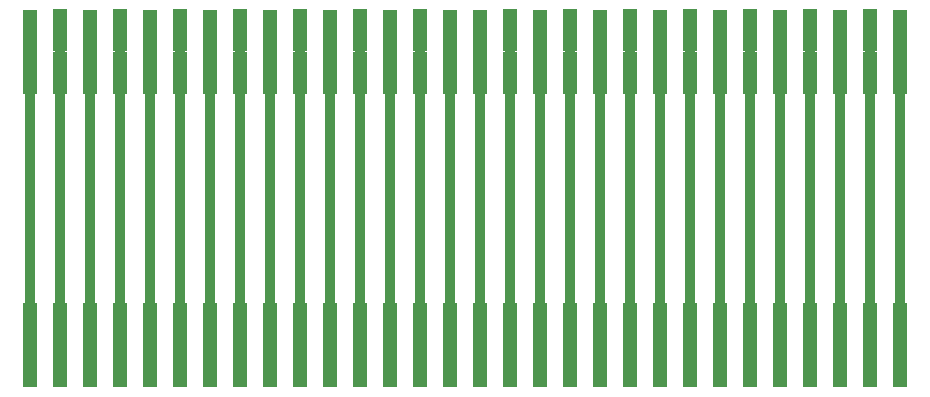
<source format=gbl>
G04 MADE WITH FRITZING*
G04 WWW.FRITZING.ORG*
G04 DOUBLE SIDED*
G04 HOLES PLATED*
G04 CONTOUR ON CENTER OF CONTOUR VECTOR*
%ASAXBY*%
%FSLAX23Y23*%
%MOIN*%
%OFA0B0*%
%SFA1.0B1.0*%
%ADD10R,0.051181X0.141823*%
%ADD11C,0.032000*%
%LNCOPPER0*%
G90*
G70*
G54D10*
X1493Y232D03*
X1393Y90D03*
X1293Y232D03*
X1193Y90D03*
X1093Y232D03*
X993Y90D03*
X893Y232D03*
X793Y90D03*
X693Y232D03*
X593Y90D03*
X493Y232D03*
X393Y90D03*
X293Y232D03*
X193Y90D03*
X93Y232D03*
X1493Y1209D03*
X1393Y1068D03*
X1293Y1209D03*
X1193Y1068D03*
X1093Y1209D03*
X993Y1068D03*
X893Y1209D03*
X793Y1068D03*
X693Y1209D03*
X593Y1068D03*
X493Y1209D03*
X393Y1068D03*
X293Y1209D03*
X193Y1068D03*
X93Y1209D03*
X94Y1068D03*
X194Y1210D03*
X294Y1068D03*
X394Y1210D03*
X494Y1068D03*
X594Y1210D03*
X694Y1068D03*
X794Y1210D03*
X894Y1068D03*
X994Y1210D03*
X1094Y1068D03*
X1194Y1210D03*
X1294Y1068D03*
X1394Y1210D03*
X1494Y1068D03*
X94Y90D03*
X194Y232D03*
X294Y90D03*
X394Y232D03*
X494Y90D03*
X594Y232D03*
X694Y90D03*
X794Y232D03*
X894Y90D03*
X994Y232D03*
X1094Y90D03*
X1194Y232D03*
X1294Y90D03*
X1394Y232D03*
X1494Y90D03*
X1594Y1068D03*
X1694Y1210D03*
X1794Y1068D03*
X1894Y1210D03*
X1994Y1068D03*
X2094Y1210D03*
X2194Y1068D03*
X2294Y1210D03*
X2394Y1068D03*
X2494Y1210D03*
X2594Y1068D03*
X2694Y1210D03*
X2794Y1068D03*
X2894Y1210D03*
X2994Y1068D03*
X1594Y90D03*
X1694Y232D03*
X1794Y90D03*
X1894Y232D03*
X1994Y90D03*
X2094Y232D03*
X2194Y90D03*
X2294Y232D03*
X2394Y90D03*
X2494Y232D03*
X2594Y90D03*
X2694Y232D03*
X2794Y90D03*
X2894Y232D03*
X2994Y90D03*
X2993Y1209D03*
X2893Y1068D03*
X2793Y1209D03*
X2693Y1068D03*
X2593Y1209D03*
X2493Y1068D03*
X2393Y1209D03*
X2293Y1068D03*
X2193Y1209D03*
X2093Y1068D03*
X1993Y1209D03*
X1893Y1068D03*
X1793Y1209D03*
X1693Y1068D03*
X1593Y1209D03*
X2993Y232D03*
X2893Y90D03*
X2793Y232D03*
X2693Y90D03*
X2593Y232D03*
X2493Y90D03*
X2393Y232D03*
X2293Y90D03*
X2193Y232D03*
X2093Y90D03*
X1993Y232D03*
X1893Y90D03*
X1793Y232D03*
X1693Y90D03*
X1593Y232D03*
G54D11*
X2993Y166D02*
X2993Y155D01*
D02*
X2993Y1144D02*
X2993Y1133D01*
D02*
X2893Y1144D02*
X2893Y1133D01*
D02*
X2893Y166D02*
X2893Y155D01*
D02*
X2793Y1144D02*
X2793Y1133D01*
D02*
X2793Y166D02*
X2793Y155D01*
D02*
X2693Y166D02*
X2693Y155D01*
D02*
X2693Y1144D02*
X2693Y1133D01*
D02*
X2593Y166D02*
X2593Y155D01*
D02*
X2593Y1144D02*
X2593Y1133D01*
D02*
X2493Y1144D02*
X2493Y1133D01*
D02*
X2493Y166D02*
X2493Y155D01*
D02*
X2393Y1144D02*
X2393Y1133D01*
D02*
X2393Y166D02*
X2393Y155D01*
D02*
X2293Y1144D02*
X2293Y1133D01*
D02*
X2293Y166D02*
X2293Y155D01*
D02*
X2193Y1144D02*
X2193Y1133D01*
D02*
X2193Y166D02*
X2193Y155D01*
D02*
X2093Y166D02*
X2093Y155D01*
D02*
X2093Y1144D02*
X2093Y1133D01*
D02*
X1993Y166D02*
X1993Y155D01*
D02*
X1993Y1144D02*
X1993Y1133D01*
D02*
X1893Y1144D02*
X1893Y1133D01*
D02*
X1893Y166D02*
X1893Y155D01*
D02*
X1793Y1144D02*
X1793Y1133D01*
D02*
X1793Y166D02*
X1793Y155D01*
D02*
X1693Y166D02*
X1693Y155D01*
D02*
X1693Y1144D02*
X1693Y1133D01*
D02*
X1593Y1144D02*
X1593Y1133D01*
D02*
X1593Y166D02*
X1593Y155D01*
D02*
X1493Y1144D02*
X1493Y1133D01*
D02*
X1493Y166D02*
X1493Y155D01*
D02*
X1393Y1144D02*
X1393Y1133D01*
D02*
X1393Y166D02*
X1393Y155D01*
D02*
X1293Y1144D02*
X1293Y1133D01*
D02*
X1293Y166D02*
X1293Y155D01*
D02*
X1193Y166D02*
X1193Y155D01*
D02*
X1193Y1144D02*
X1193Y1133D01*
D02*
X1093Y166D02*
X1093Y155D01*
D02*
X1093Y1144D02*
X1093Y1133D01*
D02*
X993Y166D02*
X993Y155D01*
D02*
X993Y1144D02*
X993Y1133D01*
D02*
X893Y1144D02*
X893Y1133D01*
D02*
X893Y166D02*
X893Y155D01*
D02*
X793Y1144D02*
X793Y1133D01*
D02*
X793Y166D02*
X793Y155D01*
D02*
X693Y1144D02*
X693Y1133D01*
D02*
X693Y166D02*
X693Y155D01*
D02*
X593Y166D02*
X593Y155D01*
D02*
X593Y1144D02*
X593Y1133D01*
D02*
X493Y166D02*
X493Y155D01*
D02*
X493Y1144D02*
X493Y1133D01*
D02*
X393Y1144D02*
X393Y1133D01*
D02*
X393Y166D02*
X393Y155D01*
D02*
X293Y1144D02*
X293Y1133D01*
D02*
X293Y166D02*
X293Y155D01*
D02*
X193Y166D02*
X193Y155D01*
D02*
X193Y1144D02*
X193Y1133D01*
D02*
X93Y1144D02*
X93Y1133D01*
D02*
X93Y166D02*
X93Y155D01*
D02*
X2994Y1002D02*
X2993Y297D01*
D02*
X2893Y1002D02*
X2894Y297D01*
D02*
X2794Y1002D02*
X2793Y297D01*
D02*
X2693Y1002D02*
X2694Y297D01*
D02*
X2594Y1002D02*
X2593Y297D01*
D02*
X2493Y1002D02*
X2494Y297D01*
D02*
X2394Y1002D02*
X2393Y297D01*
D02*
X2293Y1002D02*
X2294Y297D01*
D02*
X2194Y1002D02*
X2193Y297D01*
D02*
X2093Y1002D02*
X2094Y297D01*
D02*
X1994Y1002D02*
X1993Y297D01*
D02*
X1893Y1002D02*
X1894Y297D01*
D02*
X1794Y1002D02*
X1793Y297D01*
D02*
X1693Y1002D02*
X1694Y297D01*
D02*
X1594Y1002D02*
X1593Y297D01*
D02*
X1494Y1002D02*
X1493Y297D01*
D02*
X1393Y1002D02*
X1394Y297D01*
D02*
X1294Y1002D02*
X1293Y297D01*
D02*
X1193Y1002D02*
X1194Y297D01*
D02*
X1094Y1002D02*
X1093Y297D01*
D02*
X993Y1002D02*
X994Y297D01*
D02*
X894Y1002D02*
X893Y297D01*
D02*
X793Y1002D02*
X794Y297D01*
D02*
X694Y1002D02*
X693Y297D01*
D02*
X593Y1002D02*
X594Y297D01*
D02*
X494Y1002D02*
X493Y297D01*
D02*
X393Y1002D02*
X394Y297D01*
D02*
X294Y1002D02*
X293Y297D01*
D02*
X193Y1002D02*
X194Y297D01*
D02*
X94Y1002D02*
X93Y297D01*
G04 End of Copper0*
M02*
</source>
